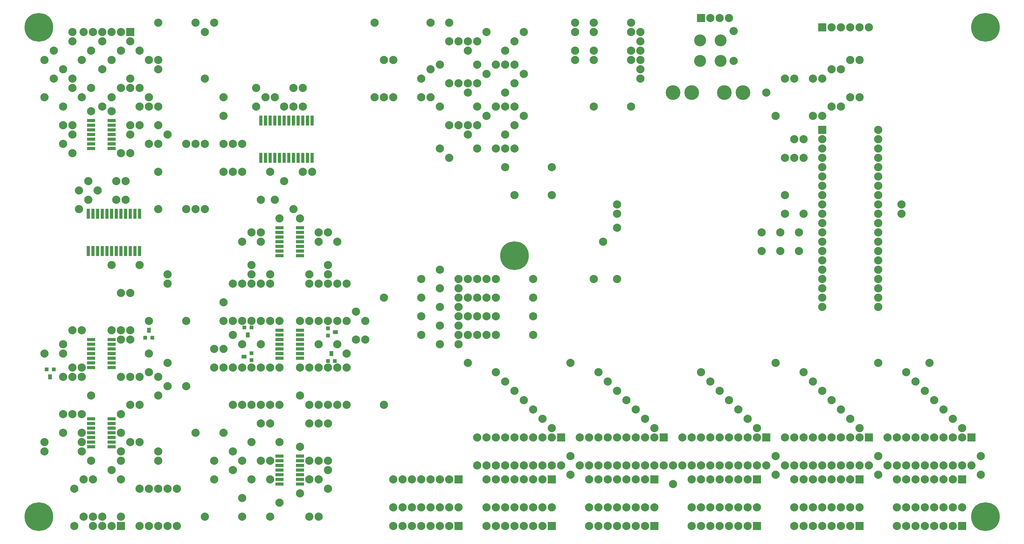
<source format=gts>
%FSLAX23Y23*%
%MOIN*%
G70*
G01*
G75*
%ADD10C,0.010*%
%ADD11R,0.036X0.036*%
%ADD12R,0.036X0.050*%
%ADD13R,0.024X0.100*%
%ADD14R,0.080X0.024*%
%ADD15R,0.050X0.036*%
%ADD16C,0.024*%
%ADD17C,0.040*%
%ADD18C,0.030*%
%ADD19C,0.070*%
%ADD20C,0.015*%
%ADD21C,0.300*%
%ADD22C,0.080*%
%ADD23R,0.080X0.080*%
%ADD24C,0.150*%
%ADD25C,0.120*%
%ADD26O,0.080X0.150*%
%ADD27C,0.050*%
%ADD28C,0.060*%
%ADD29C,0.008*%
%ADD30C,0.012*%
%ADD31C,0.005*%
%ADD32C,0.006*%
%ADD33R,0.080X0.060*%
%ADD34R,0.060X0.080*%
%ADD35R,0.044X0.044*%
%ADD36R,0.044X0.058*%
%ADD37R,0.032X0.108*%
%ADD38R,0.088X0.032*%
%ADD39R,0.058X0.044*%
%ADD40C,0.308*%
%ADD41C,0.088*%
%ADD42R,0.088X0.088*%
%ADD43C,0.158*%
%ADD44C,0.128*%
D35*
X8066Y7040D02*
D03*
X7991D02*
D03*
X5051Y6950D02*
D03*
X4976D02*
D03*
X7171Y7050D02*
D03*
Y7125D02*
D03*
X7096Y7400D02*
D03*
X7171D02*
D03*
X7991Y7390D02*
D03*
Y7315D02*
D03*
X6033Y7290D02*
D03*
X6108D02*
D03*
D36*
X8029Y7120D02*
D03*
X5013Y6870D02*
D03*
X7133Y7320D02*
D03*
X6071Y7370D02*
D03*
D37*
X7821Y9220D02*
D03*
X7771D02*
D03*
X7721D02*
D03*
X7671D02*
D03*
X7621D02*
D03*
X7571D02*
D03*
X7521D02*
D03*
X7671Y9620D02*
D03*
X7621D02*
D03*
X7821D02*
D03*
X7771D02*
D03*
X7571D02*
D03*
X7521D02*
D03*
X7471D02*
D03*
X7421D02*
D03*
X7371D02*
D03*
X7321D02*
D03*
X7271D02*
D03*
X7371Y9220D02*
D03*
X7321D02*
D03*
X7271D02*
D03*
X7421D02*
D03*
X7471D02*
D03*
X7721Y9620D02*
D03*
X5871Y8620D02*
D03*
X5971Y8220D02*
D03*
X5921D02*
D03*
X5871D02*
D03*
X5821D02*
D03*
X5771D02*
D03*
X5721D02*
D03*
X5671D02*
D03*
X5821Y8620D02*
D03*
X5771D02*
D03*
X5971D02*
D03*
X5921D02*
D03*
X5721D02*
D03*
X5671D02*
D03*
X5621D02*
D03*
X5571D02*
D03*
X5521D02*
D03*
X5471D02*
D03*
X5421D02*
D03*
X5521Y8220D02*
D03*
X5471D02*
D03*
X5421D02*
D03*
X5571D02*
D03*
X5621D02*
D03*
D38*
X5451Y9320D02*
D03*
Y9370D02*
D03*
Y9420D02*
D03*
Y9470D02*
D03*
Y9520D02*
D03*
Y9570D02*
D03*
Y9620D02*
D03*
X5671D02*
D03*
Y9570D02*
D03*
Y9520D02*
D03*
Y9470D02*
D03*
Y9370D02*
D03*
Y9320D02*
D03*
Y9420D02*
D03*
Y6220D02*
D03*
Y6120D02*
D03*
Y6170D02*
D03*
Y6270D02*
D03*
Y6320D02*
D03*
Y6370D02*
D03*
Y6420D02*
D03*
X5451D02*
D03*
Y6370D02*
D03*
Y6320D02*
D03*
Y6270D02*
D03*
Y6220D02*
D03*
Y6170D02*
D03*
Y6120D02*
D03*
X5671Y7070D02*
D03*
Y6970D02*
D03*
Y7020D02*
D03*
Y7120D02*
D03*
Y7170D02*
D03*
Y7220D02*
D03*
Y7270D02*
D03*
X5451D02*
D03*
Y7220D02*
D03*
Y7170D02*
D03*
Y7120D02*
D03*
Y7070D02*
D03*
Y7020D02*
D03*
Y6970D02*
D03*
X7691Y5820D02*
D03*
Y5720D02*
D03*
Y5770D02*
D03*
Y5870D02*
D03*
Y5920D02*
D03*
Y5970D02*
D03*
Y6020D02*
D03*
X7471D02*
D03*
Y5970D02*
D03*
Y5920D02*
D03*
Y5870D02*
D03*
Y5820D02*
D03*
Y5770D02*
D03*
Y5720D02*
D03*
X7691Y8270D02*
D03*
Y8170D02*
D03*
Y8220D02*
D03*
Y8320D02*
D03*
Y8370D02*
D03*
Y8420D02*
D03*
Y8470D02*
D03*
X7471D02*
D03*
Y8420D02*
D03*
Y8370D02*
D03*
Y8320D02*
D03*
Y8270D02*
D03*
Y8220D02*
D03*
Y8170D02*
D03*
Y7070D02*
D03*
Y7120D02*
D03*
Y7170D02*
D03*
Y7220D02*
D03*
Y7270D02*
D03*
Y7320D02*
D03*
Y7370D02*
D03*
X7691D02*
D03*
Y7320D02*
D03*
Y7270D02*
D03*
Y7220D02*
D03*
Y7120D02*
D03*
Y7070D02*
D03*
Y7170D02*
D03*
D39*
X7091Y7088D02*
D03*
X8071Y7352D02*
D03*
D40*
X15041Y10620D02*
D03*
X9991Y8170D02*
D03*
X4891Y10620D02*
D03*
Y5370D02*
D03*
X15041D02*
D03*
D41*
X14091Y5270D02*
D03*
X14191D02*
D03*
X14291D02*
D03*
X14391D02*
D03*
X14491D02*
D03*
X14591D02*
D03*
X14691D02*
D03*
X13591D02*
D03*
X13491D02*
D03*
X13391D02*
D03*
X13291D02*
D03*
X13191D02*
D03*
X13091D02*
D03*
X12991D02*
D03*
X11891D02*
D03*
X11991D02*
D03*
X12091D02*
D03*
X12191D02*
D03*
X12291D02*
D03*
X12391D02*
D03*
X12491D02*
D03*
X11391D02*
D03*
X11291D02*
D03*
X11191D02*
D03*
X11091D02*
D03*
X10991D02*
D03*
X10891D02*
D03*
X10791D02*
D03*
X9691D02*
D03*
X9791D02*
D03*
X9891D02*
D03*
X9991D02*
D03*
X10091D02*
D03*
X10191D02*
D03*
X10291D02*
D03*
X9291D02*
D03*
X9191D02*
D03*
X9091D02*
D03*
X8991D02*
D03*
X8891D02*
D03*
X8791D02*
D03*
X8691D02*
D03*
X13791Y10620D02*
D03*
X13691D02*
D03*
X13591D02*
D03*
X13491D02*
D03*
X13391D02*
D03*
X5771Y10570D02*
D03*
X5671D02*
D03*
X5571D02*
D03*
X5471D02*
D03*
X5371D02*
D03*
X5471Y5270D02*
D03*
X5571D02*
D03*
X5671D02*
D03*
X12091Y10720D02*
D03*
X12191D02*
D03*
X12291D02*
D03*
X5151Y9570D02*
D03*
Y9370D02*
D03*
X5971Y9770D02*
D03*
Y9570D02*
D03*
X13091Y8620D02*
D03*
X12891D02*
D03*
X14991Y6020D02*
D03*
Y5820D02*
D03*
X13891D02*
D03*
Y6020D02*
D03*
X12791D02*
D03*
Y5820D02*
D03*
X11691Y5720D02*
D03*
Y5920D02*
D03*
X10591Y6020D02*
D03*
Y5820D02*
D03*
X9391Y7220D02*
D03*
X9191D02*
D03*
Y7420D02*
D03*
X9391D02*
D03*
Y7620D02*
D03*
X9191D02*
D03*
Y7820D02*
D03*
X9391D02*
D03*
X12641Y8220D02*
D03*
X12841D02*
D03*
Y8420D02*
D03*
X12641D02*
D03*
X12991Y9420D02*
D03*
Y9220D02*
D03*
X13091D02*
D03*
Y9420D02*
D03*
X5351Y6270D02*
D03*
X5151D02*
D03*
X5771Y6470D02*
D03*
Y6270D02*
D03*
X5151Y7120D02*
D03*
X4951D02*
D03*
X6071Y6920D02*
D03*
Y7120D02*
D03*
X5421Y8770D02*
D03*
Y8970D02*
D03*
X5721D02*
D03*
Y8770D02*
D03*
X6971Y5870D02*
D03*
Y6070D02*
D03*
X7991Y5670D02*
D03*
Y5870D02*
D03*
X7271Y7220D02*
D03*
X7071D02*
D03*
X8091D02*
D03*
X7891D02*
D03*
X7271Y8320D02*
D03*
X7071D02*
D03*
X8091D02*
D03*
X7891D02*
D03*
X7221Y9770D02*
D03*
Y9970D02*
D03*
X7621D02*
D03*
Y9770D02*
D03*
X5251Y9470D02*
D03*
Y9270D02*
D03*
X5871D02*
D03*
Y9470D02*
D03*
X6171Y9370D02*
D03*
Y9570D02*
D03*
X13041Y8220D02*
D03*
Y8420D02*
D03*
X9691Y7320D02*
D03*
X9491D02*
D03*
X9591D02*
D03*
Y7520D02*
D03*
X9491D02*
D03*
X9691D02*
D03*
Y7720D02*
D03*
X9491D02*
D03*
X9591D02*
D03*
Y7920D02*
D03*
X9491D02*
D03*
X9691D02*
D03*
X9991Y9320D02*
D03*
X9791D02*
D03*
X9891D02*
D03*
X9391Y9570D02*
D03*
X9491D02*
D03*
X9291D02*
D03*
X9991Y9770D02*
D03*
X9791D02*
D03*
X9891D02*
D03*
X9391Y10020D02*
D03*
X9491D02*
D03*
X9291D02*
D03*
X9991Y10220D02*
D03*
X9791D02*
D03*
X9891D02*
D03*
X9391Y10470D02*
D03*
X9491D02*
D03*
X9291D02*
D03*
X13291Y9420D02*
D03*
Y9320D02*
D03*
Y9220D02*
D03*
Y9120D02*
D03*
Y9020D02*
D03*
Y8920D02*
D03*
Y8820D02*
D03*
Y8720D02*
D03*
Y8620D02*
D03*
Y8520D02*
D03*
Y8420D02*
D03*
Y8320D02*
D03*
Y8220D02*
D03*
Y8120D02*
D03*
Y8020D02*
D03*
Y7920D02*
D03*
Y7820D02*
D03*
Y7720D02*
D03*
Y7620D02*
D03*
X13891D02*
D03*
Y7720D02*
D03*
Y7820D02*
D03*
Y7920D02*
D03*
Y8020D02*
D03*
Y8120D02*
D03*
Y8220D02*
D03*
Y8320D02*
D03*
Y8420D02*
D03*
Y8520D02*
D03*
Y8620D02*
D03*
Y8720D02*
D03*
Y8820D02*
D03*
Y8920D02*
D03*
Y9020D02*
D03*
Y9120D02*
D03*
Y9220D02*
D03*
Y9320D02*
D03*
Y9420D02*
D03*
Y9520D02*
D03*
X14791Y6220D02*
D03*
X14691D02*
D03*
X14591D02*
D03*
X14491D02*
D03*
X14391D02*
D03*
X14291D02*
D03*
X14191D02*
D03*
X14091D02*
D03*
X13991D02*
D03*
Y5920D02*
D03*
X14091D02*
D03*
X14191D02*
D03*
X14291D02*
D03*
X14391D02*
D03*
X14491D02*
D03*
X14591D02*
D03*
X14691D02*
D03*
X14791D02*
D03*
X14891D02*
D03*
X13791D02*
D03*
X13691D02*
D03*
X13591D02*
D03*
X13491D02*
D03*
X13391D02*
D03*
X13291D02*
D03*
X13191D02*
D03*
X13091D02*
D03*
X12991D02*
D03*
X12891D02*
D03*
Y6220D02*
D03*
X12991D02*
D03*
X13091D02*
D03*
X13191D02*
D03*
X13291D02*
D03*
X13391D02*
D03*
X13491D02*
D03*
X13591D02*
D03*
X13691D02*
D03*
X12591D02*
D03*
X12491D02*
D03*
X12391D02*
D03*
X12291D02*
D03*
X12191D02*
D03*
X12091D02*
D03*
X11991D02*
D03*
X11891D02*
D03*
X11791D02*
D03*
Y5920D02*
D03*
X11891D02*
D03*
X11991D02*
D03*
X12091D02*
D03*
X12191D02*
D03*
X12291D02*
D03*
X12391D02*
D03*
X12491D02*
D03*
X12591D02*
D03*
X12691D02*
D03*
X11591D02*
D03*
X11491D02*
D03*
X11391D02*
D03*
X11291D02*
D03*
X11191D02*
D03*
X11091D02*
D03*
X10991D02*
D03*
X10891D02*
D03*
X10791D02*
D03*
X10691D02*
D03*
Y6220D02*
D03*
X10791D02*
D03*
X10891D02*
D03*
X10991D02*
D03*
X11091D02*
D03*
X11191D02*
D03*
X11291D02*
D03*
X11391D02*
D03*
X11491D02*
D03*
X10391D02*
D03*
X10291D02*
D03*
X10191D02*
D03*
X10091D02*
D03*
X9991D02*
D03*
X9891D02*
D03*
X9791D02*
D03*
X9691D02*
D03*
X9591D02*
D03*
Y5920D02*
D03*
X9691D02*
D03*
X9791D02*
D03*
X9891D02*
D03*
X9991D02*
D03*
X10091D02*
D03*
X10191D02*
D03*
X10291D02*
D03*
X10391D02*
D03*
X10491D02*
D03*
X14791Y5470D02*
D03*
X14691D02*
D03*
X14591D02*
D03*
X14491D02*
D03*
X14391D02*
D03*
X14291D02*
D03*
X14191D02*
D03*
X14091D02*
D03*
Y5770D02*
D03*
X14191D02*
D03*
X14291D02*
D03*
X14391D02*
D03*
X14491D02*
D03*
X14591D02*
D03*
X14691D02*
D03*
X13591D02*
D03*
X13491D02*
D03*
X13391D02*
D03*
X13291D02*
D03*
X13191D02*
D03*
X13091D02*
D03*
X12991D02*
D03*
Y5470D02*
D03*
X13091D02*
D03*
X13191D02*
D03*
X13291D02*
D03*
X13391D02*
D03*
X13491D02*
D03*
X13591D02*
D03*
X13691D02*
D03*
X12591D02*
D03*
X12491D02*
D03*
X12391D02*
D03*
X12291D02*
D03*
X12191D02*
D03*
X12091D02*
D03*
X11991D02*
D03*
X11891D02*
D03*
Y5770D02*
D03*
X11991D02*
D03*
X12091D02*
D03*
X12191D02*
D03*
X12291D02*
D03*
X12391D02*
D03*
X12491D02*
D03*
X11391D02*
D03*
X11291D02*
D03*
X11191D02*
D03*
X11091D02*
D03*
X10991D02*
D03*
X10891D02*
D03*
X10791D02*
D03*
Y5470D02*
D03*
X10891D02*
D03*
X10991D02*
D03*
X11091D02*
D03*
X11191D02*
D03*
X11291D02*
D03*
X11391D02*
D03*
X11491D02*
D03*
X10391D02*
D03*
X10291D02*
D03*
X10191D02*
D03*
X10091D02*
D03*
X9991D02*
D03*
X9891D02*
D03*
X9791D02*
D03*
X9691D02*
D03*
Y5770D02*
D03*
X9791D02*
D03*
X9891D02*
D03*
X9991D02*
D03*
X10091D02*
D03*
X10191D02*
D03*
X10291D02*
D03*
X9291D02*
D03*
X9191D02*
D03*
X9091D02*
D03*
X8991D02*
D03*
X8891D02*
D03*
X8791D02*
D03*
X8691D02*
D03*
Y5470D02*
D03*
X8791D02*
D03*
X8891D02*
D03*
X8991D02*
D03*
X9091D02*
D03*
X9191D02*
D03*
X9291D02*
D03*
X9391D02*
D03*
X14141Y8620D02*
D03*
Y8720D02*
D03*
X12991Y10070D02*
D03*
X12891D02*
D03*
X10641Y10570D02*
D03*
Y10670D02*
D03*
Y10270D02*
D03*
Y10370D02*
D03*
X11091Y8720D02*
D03*
Y8620D02*
D03*
X11341Y10070D02*
D03*
Y10270D02*
D03*
Y10170D02*
D03*
X6171Y10270D02*
D03*
Y10670D02*
D03*
Y9770D02*
D03*
Y10170D02*
D03*
X10091Y9670D02*
D03*
X9691D02*
D03*
X13191D02*
D03*
Y10070D02*
D03*
X5971Y5670D02*
D03*
Y5270D02*
D03*
X6171D02*
D03*
Y5670D02*
D03*
X6071D02*
D03*
Y5270D02*
D03*
X6271D02*
D03*
Y5670D02*
D03*
X5251Y6870D02*
D03*
X6471Y7470D02*
D03*
X6071D02*
D03*
X6971Y6970D02*
D03*
Y7470D02*
D03*
X8191D02*
D03*
Y6970D02*
D03*
X5351Y9870D02*
D03*
Y10270D02*
D03*
X5151Y10170D02*
D03*
Y9770D02*
D03*
X5671Y9870D02*
D03*
Y10270D02*
D03*
X5571Y10170D02*
D03*
Y9770D02*
D03*
X9391Y7320D02*
D03*
X8991D02*
D03*
X9791D02*
D03*
X10191D02*
D03*
X9391Y7520D02*
D03*
X8991D02*
D03*
X9791D02*
D03*
X10191D02*
D03*
X9391Y7720D02*
D03*
X8991D02*
D03*
X9791D02*
D03*
X10191D02*
D03*
X9391Y7920D02*
D03*
X8991D02*
D03*
X9791D02*
D03*
X10191D02*
D03*
X9591Y9320D02*
D03*
X9191D02*
D03*
X9491Y9470D02*
D03*
X9891D02*
D03*
X9591Y9570D02*
D03*
X9991D02*
D03*
X9591Y9770D02*
D03*
X9191D02*
D03*
X9691Y10120D02*
D03*
X10091D02*
D03*
X9491Y9920D02*
D03*
X9891D02*
D03*
X9591Y10020D02*
D03*
X9991D02*
D03*
X9591Y10220D02*
D03*
X9191D02*
D03*
X9691Y10570D02*
D03*
X10091D02*
D03*
X9491Y10370D02*
D03*
X9891D02*
D03*
X9591Y10470D02*
D03*
X9991D02*
D03*
X12891Y8820D02*
D03*
Y9220D02*
D03*
X13691Y9870D02*
D03*
Y10270D02*
D03*
X13591Y9870D02*
D03*
Y10270D02*
D03*
X13491Y9770D02*
D03*
Y10170D02*
D03*
X11241Y9770D02*
D03*
X10841D02*
D03*
X11241Y10570D02*
D03*
X10841D02*
D03*
X11241Y10670D02*
D03*
X10841D02*
D03*
Y10370D02*
D03*
X11241D02*
D03*
Y10270D02*
D03*
X10841D02*
D03*
X5471Y5770D02*
D03*
Y5370D02*
D03*
X5771Y5970D02*
D03*
X6171D02*
D03*
X4951Y6170D02*
D03*
X5351D02*
D03*
Y6070D02*
D03*
X4951D02*
D03*
X6171D02*
D03*
X5771D02*
D03*
X5871Y6170D02*
D03*
Y6570D02*
D03*
X5971D02*
D03*
Y6170D02*
D03*
X5151Y6470D02*
D03*
Y6870D02*
D03*
X5351Y6470D02*
D03*
Y6870D02*
D03*
X5251Y6970D02*
D03*
Y7370D02*
D03*
X5351Y6970D02*
D03*
Y7370D02*
D03*
X5871Y7770D02*
D03*
Y7370D02*
D03*
X5771Y7770D02*
D03*
Y7370D02*
D03*
X5871Y7270D02*
D03*
Y6870D02*
D03*
X5771Y7270D02*
D03*
Y6870D02*
D03*
X6171Y9070D02*
D03*
Y8670D02*
D03*
X7791Y6370D02*
D03*
Y5970D02*
D03*
X7891D02*
D03*
Y6370D02*
D03*
X7991D02*
D03*
Y5970D02*
D03*
X7791Y5370D02*
D03*
Y5770D02*
D03*
X7891D02*
D03*
Y5370D02*
D03*
X5771D02*
D03*
Y5770D02*
D03*
X6671Y5370D02*
D03*
X7071D02*
D03*
X7371D02*
D03*
Y5770D02*
D03*
X7171D02*
D03*
Y6170D02*
D03*
X7371Y6370D02*
D03*
Y5970D02*
D03*
X7071D02*
D03*
Y5570D02*
D03*
X7271Y6370D02*
D03*
Y5970D02*
D03*
X7071Y6570D02*
D03*
Y6970D02*
D03*
X7371Y6570D02*
D03*
Y6970D02*
D03*
X7171D02*
D03*
Y6570D02*
D03*
X7271Y6970D02*
D03*
Y6570D02*
D03*
X7071Y7870D02*
D03*
Y7470D02*
D03*
X7371Y7870D02*
D03*
Y7470D02*
D03*
X7171D02*
D03*
Y7870D02*
D03*
X8091D02*
D03*
Y7470D02*
D03*
X7791Y7870D02*
D03*
Y7470D02*
D03*
X7991D02*
D03*
Y7870D02*
D03*
X7891Y7470D02*
D03*
Y7870D02*
D03*
X7791Y6570D02*
D03*
Y6970D02*
D03*
X7991D02*
D03*
Y6570D02*
D03*
X7891Y6970D02*
D03*
Y6570D02*
D03*
X5251Y9570D02*
D03*
Y9970D02*
D03*
X5451Y10370D02*
D03*
Y9970D02*
D03*
X5871Y9570D02*
D03*
Y9970D02*
D03*
X5771Y10370D02*
D03*
Y9970D02*
D03*
X5871Y10070D02*
D03*
Y10470D02*
D03*
X6071Y9370D02*
D03*
Y9770D02*
D03*
X5971Y10370D02*
D03*
Y9970D02*
D03*
X5271Y5270D02*
D03*
Y5670D02*
D03*
X5371Y5770D02*
D03*
Y5370D02*
D03*
X4951Y10270D02*
D03*
Y9870D02*
D03*
X6371Y5270D02*
D03*
Y5670D02*
D03*
X8091Y6970D02*
D03*
Y6570D02*
D03*
X6071Y10270D02*
D03*
Y9870D02*
D03*
X7271Y7870D02*
D03*
Y7470D02*
D03*
X5251Y10470D02*
D03*
Y10070D02*
D03*
X11341Y10370D02*
D03*
Y10570D02*
D03*
Y10470D02*
D03*
X13291Y9670D02*
D03*
Y10070D02*
D03*
X13391Y10170D02*
D03*
Y9770D02*
D03*
X6971Y6570D02*
D03*
X8191D02*
D03*
X6971Y7870D02*
D03*
X8191D02*
D03*
X5251Y6470D02*
D03*
X8591Y7720D02*
D03*
X5251Y10570D02*
D03*
X10391Y9120D02*
D03*
X9891D02*
D03*
X11091Y7920D02*
D03*
X10841D02*
D03*
X10941Y8320D02*
D03*
X9291Y9220D02*
D03*
X9991Y8820D02*
D03*
X10391D02*
D03*
X9191Y8020D02*
D03*
X8991Y9870D02*
D03*
Y10070D02*
D03*
X9091Y9870D02*
D03*
Y10170D02*
D03*
Y10670D02*
D03*
X9291D02*
D03*
X8691Y9870D02*
D03*
Y10270D02*
D03*
X8591D02*
D03*
Y9870D02*
D03*
X8491Y10670D02*
D03*
Y9870D02*
D03*
X7721Y9970D02*
D03*
X6671Y10570D02*
D03*
Y10070D02*
D03*
X6871Y9870D02*
D03*
Y9670D02*
D03*
X7321Y9870D02*
D03*
X7421D02*
D03*
X7521Y9770D02*
D03*
X7721D02*
D03*
X6771Y10670D02*
D03*
X6571D02*
D03*
X5051Y10370D02*
D03*
X5571Y10470D02*
D03*
X5051Y10070D02*
D03*
X6671Y9370D02*
D03*
Y8670D02*
D03*
X7071Y9370D02*
D03*
X6971D02*
D03*
X6871D02*
D03*
X7071Y9070D02*
D03*
X6971D02*
D03*
X6871D02*
D03*
X6271Y9470D02*
D03*
X5321Y8670D02*
D03*
Y8870D02*
D03*
X5671Y5870D02*
D03*
X6471Y9370D02*
D03*
X6571Y8670D02*
D03*
X5771Y9270D02*
D03*
X5821Y8970D02*
D03*
X6471Y6770D02*
D03*
X6271D02*
D03*
X6171Y6670D02*
D03*
Y6870D02*
D03*
X5971D02*
D03*
X5521Y8870D02*
D03*
X5821Y8770D02*
D03*
X5671Y8070D02*
D03*
X6271Y7970D02*
D03*
X5151Y7220D02*
D03*
X5971Y8070D02*
D03*
X6571Y6270D02*
D03*
X6871D02*
D03*
X6271Y7870D02*
D03*
X7691Y6970D02*
D03*
X7471D02*
D03*
X7691Y7470D02*
D03*
X7471D02*
D03*
X6971Y7320D02*
D03*
X8191Y7120D02*
D03*
X7171Y8420D02*
D03*
Y8070D02*
D03*
X7991Y8420D02*
D03*
X7271D02*
D03*
X7991Y8070D02*
D03*
X7691Y8570D02*
D03*
X7471D02*
D03*
X8291Y7270D02*
D03*
X6871Y6970D02*
D03*
Y7170D02*
D03*
X7891Y8420D02*
D03*
X7991Y7970D02*
D03*
X7791D02*
D03*
X7371D02*
D03*
X7171D02*
D03*
X7691Y5620D02*
D03*
X6871Y7670D02*
D03*
Y7470D02*
D03*
X6771Y7170D02*
D03*
Y6970D02*
D03*
X8391Y7270D02*
D03*
Y7470D02*
D03*
X8291Y7570D02*
D03*
X7691Y6120D02*
D03*
X7471Y6170D02*
D03*
Y6570D02*
D03*
X7691Y6670D02*
D03*
X7471Y5520D02*
D03*
X6771Y5970D02*
D03*
Y5770D02*
D03*
X5671Y7370D02*
D03*
X5451Y6670D02*
D03*
X6271Y7020D02*
D03*
X5451Y5970D02*
D03*
X7421Y8770D02*
D03*
X7271D02*
D03*
X7371Y9070D02*
D03*
X7521Y8970D02*
D03*
X7621Y8670D02*
D03*
X7721Y9070D02*
D03*
X7821D02*
D03*
X5671Y9720D02*
D03*
X5451D02*
D03*
X5571Y5370D02*
D03*
X14191Y6920D02*
D03*
X14291Y6820D02*
D03*
X14391Y6720D02*
D03*
X14491Y6620D02*
D03*
X14591Y6520D02*
D03*
X14691Y6420D02*
D03*
X14791Y6320D02*
D03*
X13091Y6920D02*
D03*
X13191Y6820D02*
D03*
X13291Y6720D02*
D03*
X13391Y6620D02*
D03*
X13491Y6520D02*
D03*
X13591Y6420D02*
D03*
X13691Y6320D02*
D03*
X11991Y6920D02*
D03*
X12091Y6820D02*
D03*
X12191Y6720D02*
D03*
X12291Y6620D02*
D03*
X12391Y6520D02*
D03*
X12491Y6420D02*
D03*
X12591Y6320D02*
D03*
X10891Y6920D02*
D03*
X10991Y6820D02*
D03*
X11091Y6720D02*
D03*
X11191Y6620D02*
D03*
X11291Y6520D02*
D03*
X11391Y6420D02*
D03*
X11491Y6320D02*
D03*
X9791Y6920D02*
D03*
X9891Y6820D02*
D03*
X9991Y6720D02*
D03*
X10091Y6620D02*
D03*
X10191Y6520D02*
D03*
X10291Y6420D02*
D03*
X10391Y6320D02*
D03*
X9491Y7020D02*
D03*
X10591D02*
D03*
X14441D02*
D03*
X12341Y10580D02*
D03*
Y10260D02*
D03*
X12791Y9670D02*
D03*
Y7020D02*
D03*
X11091Y8470D02*
D03*
X13891Y7020D02*
D03*
X12691Y9920D02*
D03*
X8591Y6570D02*
D03*
X6471Y8670D02*
D03*
X6571Y9370D02*
D03*
D42*
X14791Y5270D02*
D03*
X13691D02*
D03*
X12591D02*
D03*
X11491D02*
D03*
X10391D02*
D03*
X9391D02*
D03*
X13291Y10620D02*
D03*
X5871Y10570D02*
D03*
X5771Y5270D02*
D03*
X11991Y10720D02*
D03*
X13291Y9520D02*
D03*
X14891Y6220D02*
D03*
X13791D02*
D03*
X12691D02*
D03*
X11591D02*
D03*
X10491D02*
D03*
X14791Y5770D02*
D03*
X13691D02*
D03*
X12591D02*
D03*
X11491D02*
D03*
X10391D02*
D03*
X9391D02*
D03*
D43*
X11691Y9920D02*
D03*
X11891D02*
D03*
X12441D02*
D03*
X12241D02*
D03*
D44*
X11981Y10480D02*
D03*
X12201D02*
D03*
X11981Y10260D02*
D03*
X12201D02*
D03*
M02*

</source>
